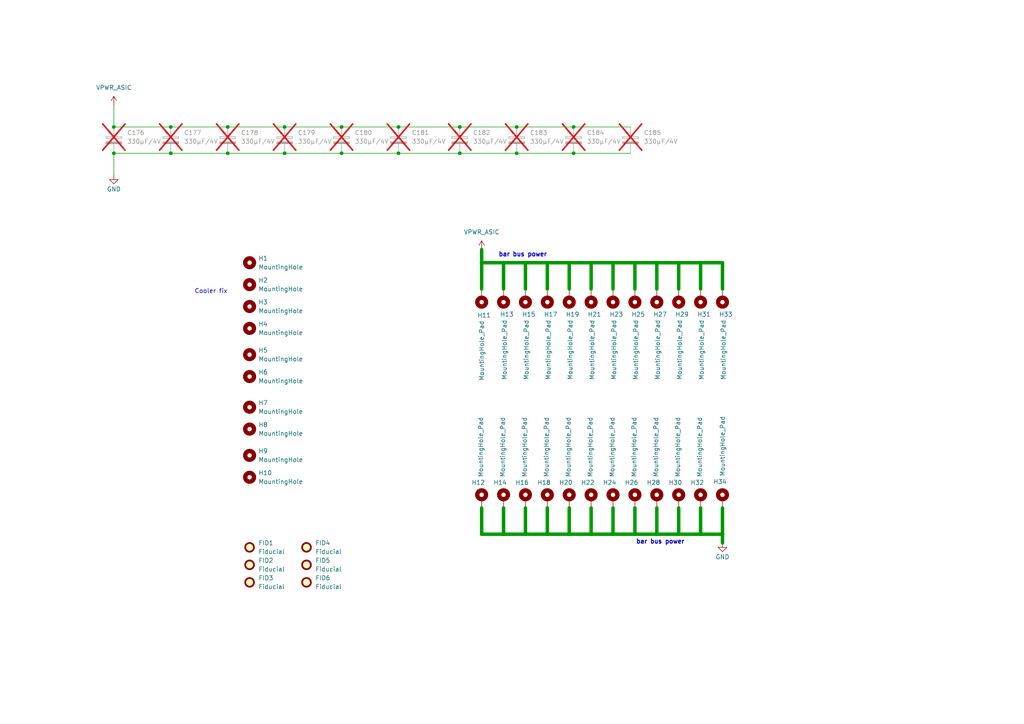
<source format=kicad_sch>
(kicad_sch (version 20231120) (generator "eeschema") (generator_version "8.0")
  (paper "A4")
  (lib_symbols
    (symbol "Device:C_Polarized" (pin_numbers hide) (pin_names (offset 0.254))
      (property "Reference" "C" (at 0.635 2.54 0))
      (property "Value" "C_Polarized" (at 0.635 -2.54 0))
      (symbol "C_Polarized_0_1"
        (rectangle (start -2.286 0.508) (end 2.286 1.016))
        (polyline (pts (xy -1.778 2.286) (xy -0.762 2.286)))
        (polyline (pts (xy -1.27 2.794) (xy -1.27 1.778)))
        (rectangle (start 2.286 -0.508) (end -2.286 -1.016) (fill (type outline)))
      )
      (symbol "C_Polarized_1_1"
        (pin passive line (at 0 3.81 270) (length 2.794) (name "~") (number "1"))
        (pin passive line (at 0 -3.81 90) (length 2.794) (name "~") (number "2"))
      )
    )
    (symbol "Mechanical:Fiducial" (exclude_from_sim yes) (in_bom no)
      (property "Reference" "FID" (at 0 5.08 0))
      (property "Value" "Fiducial" (at 0 3.175 0))
      (symbol "Fiducial_0_1"
        (circle (center 0 0) (radius 1.27) (stroke (width 0.508)) (fill (type background)))
      )
    )
    (symbol "Mechanical:MountingHole" (pin_names (offset 1.016))
      (property "Reference" "H" (at 0 5.08 0))
      (property "Value" "MountingHole" (at 0 3.175 0))
      (symbol "MountingHole_0_1"
        (circle (center 0 0) (radius 1.27) (stroke (width 1.27)))
      )
    )
    (symbol "Mechanical:MountingHole_Pad" (pin_numbers hide) (pin_names (offset 1.016) hide) (exclude_from_sim yes) (in_bom no)
      (property "Reference" "H" (at 0 6.35 0))
      (property "Value" "MountingHole_Pad" (at 0 4.445 0))
      (symbol "MountingHole_Pad_0_1"
        (circle (center 0 1.27) (radius 1.27) (stroke (width 1.27)))
      )
      (symbol "MountingHole_Pad_1_1"
        (pin input line (at 0 -2.54 90) (length 2.54) (name "1") (number "1"))
      )
    )
    (symbol "power:GND" (power) (pin_numbers hide) (pin_names (offset 0) hide)
      (property "Value" "GND" (at 0 -3.81 0))
      (symbol "GND_0_1"
        (polyline (pts (xy 0 0) (xy 0 -1.27) (xy 1.27 -1.27) (xy 0 -2.54) (xy -1.27 -1.27) (xy 0 -1.27)))
      )
      (symbol "GND_1_1"
        (pin power_in line (at 0 0 270) (length 0) (name "~") (number "1"))
      )
    )
    (symbol "power:VDD" (power) (pin_numbers hide) (pin_names (offset 0) hide)
      (property "Value" "VDD" (at 0 3.556 0))
      (symbol "VDD_0_1"
        (polyline (pts (xy -0.762 1.27) (xy 0 2.54)))
        (polyline (pts (xy 0 0) (xy 0 2.54)))
        (polyline (pts (xy 0 2.54) (xy 0.762 1.27)))
      )
      (symbol "VDD_1_1"
        (pin power_in line (at 0 0 90) (length 0) (name "~") (number "1"))
      )
    )
  )
  (junction (at 196.85 76.2))
  (junction (at 139.7 76.2))
  (junction (at 149.86 36.83))
  (junction (at 82.55 44.45))
  (junction (at 165.1 154.94))
  (junction (at 177.8 76.2))
  (junction (at 149.86 44.45))
  (junction (at 203.2 76.2))
  (junction (at 133.35 44.45))
  (junction (at 209.55 154.94))
  (junction (at 49.53 36.83))
  (junction (at 152.4 154.94))
  (junction (at 115.57 36.83))
  (junction (at 158.75 76.2))
  (junction (at 165.1 76.2))
  (junction (at 146.05 154.94))
  (junction (at 115.57 44.45))
  (junction (at 146.05 76.2))
  (junction (at 82.55 36.83))
  (junction (at 33.02 44.45))
  (junction (at 66.04 44.45))
  (junction (at 99.06 36.83))
  (junction (at 166.37 44.45))
  (junction (at 171.45 154.94))
  (junction (at 190.5 154.94))
  (junction (at 171.45 76.2))
  (junction (at 166.37 36.83))
  (junction (at 177.8 154.94))
  (junction (at 33.02 36.83))
  (junction (at 49.53 44.45))
  (junction (at 203.2 154.94))
  (junction (at 196.85 154.94))
  (junction (at 133.35 36.83))
  (junction (at 99.06 44.45))
  (junction (at 158.75 154.94))
  (junction (at 184.15 76.2))
  (junction (at 152.4 76.2))
  (junction (at 184.15 154.94))
  (junction (at 66.04 36.83))
  (junction (at 190.5 76.2))
  (wire (pts (xy 196.85 147.32) (xy 196.85 154.94)) (stroke (width 1)))
  (wire (pts (xy 139.7 147.32) (xy 139.7 154.94)) (stroke (width 1)))
  (wire (pts (xy 165.1 76.2) (xy 171.45 76.2)) (stroke (width 1)))
  (wire (pts (xy 33.02 44.45) (xy 49.53 44.45)))
  (wire (pts (xy 209.55 154.94) (xy 209.55 147.32)) (stroke (width 1)))
  (wire (pts (xy 158.75 76.2) (xy 165.1 76.2)) (stroke (width 1)))
  (wire (pts (xy 190.5 154.94) (xy 184.15 154.94)) (stroke (width 1)))
  (wire (pts (xy 165.1 83.82) (xy 165.1 76.2)) (stroke (width 1)))
  (wire (pts (xy 158.75 83.82) (xy 158.75 76.2)) (stroke (width 1)))
  (wire (pts (xy 177.8 83.82) (xy 177.8 76.2)) (stroke (width 1)))
  (wire (pts (xy 165.1 154.94) (xy 171.45 154.94)) (stroke (width 1)))
  (wire (pts (xy 82.55 44.45) (xy 99.06 44.45)))
  (wire (pts (xy 196.85 154.94) (xy 190.5 154.94)) (stroke (width 1)))
  (wire (pts (xy 115.57 36.83) (xy 133.35 36.83)))
  (wire (pts (xy 152.4 154.94) (xy 146.05 154.94)) (stroke (width 1)))
  (wire (pts (xy 184.15 154.94) (xy 177.8 154.94)) (stroke (width 1)))
  (wire (pts (xy 158.75 147.32) (xy 158.75 154.94)) (stroke (width 1)))
  (wire (pts (xy 184.15 76.2) (xy 190.5 76.2)) (stroke (width 1)))
  (wire (pts (xy 203.2 83.82) (xy 203.2 76.2)) (stroke (width 1)))
  (wire (pts (xy 203.2 154.94) (xy 209.55 154.94)) (stroke (width 1)))
  (wire (pts (xy 33.02 44.45) (xy 33.02 50.8)))
  (wire (pts (xy 146.05 154.94) (xy 139.7 154.94)) (stroke (width 1)))
  (wire (pts (xy 152.4 83.82) (xy 152.4 76.2)) (stroke (width 1)))
  (wire (pts (xy 171.45 147.32) (xy 171.45 154.94)) (stroke (width 1)))
  (wire (pts (xy 49.53 44.45) (xy 66.04 44.45)))
  (wire (pts (xy 177.8 76.2) (xy 184.15 76.2)) (stroke (width 1)))
  (wire (pts (xy 139.7 76.2) (xy 146.05 76.2)) (stroke (width 1)))
  (wire (pts (xy 133.35 44.45) (xy 149.86 44.45)))
  (wire (pts (xy 149.86 36.83) (xy 166.37 36.83)))
  (wire (pts (xy 66.04 44.45) (xy 82.55 44.45)))
  (wire (pts (xy 49.53 36.83) (xy 66.04 36.83)))
  (wire (pts (xy 158.75 154.94) (xy 165.1 154.94)) (stroke (width 1)))
  (wire (pts (xy 146.05 83.82) (xy 146.05 76.2)) (stroke (width 1)))
  (wire (pts (xy 99.06 36.83) (xy 115.57 36.83)))
  (wire (pts (xy 196.85 76.2) (xy 203.2 76.2)) (stroke (width 1)))
  (wire (pts (xy 66.04 36.83) (xy 82.55 36.83)))
  (wire (pts (xy 146.05 147.32) (xy 146.05 154.94)) (stroke (width 1)))
  (wire (pts (xy 139.7 72.39) (xy 139.7 76.2)) (stroke (width 1)))
  (wire (pts (xy 190.5 76.2) (xy 196.85 76.2)) (stroke (width 1)))
  (wire (pts (xy 166.37 36.83) (xy 182.88 36.83)))
  (wire (pts (xy 99.06 44.45) (xy 115.57 44.45)))
  (wire (pts (xy 82.55 36.83) (xy 99.06 36.83)))
  (wire (pts (xy 115.57 44.45) (xy 133.35 44.45)))
  (wire (pts (xy 33.02 36.83) (xy 49.53 36.83)))
  (wire (pts (xy 177.8 147.32) (xy 177.8 154.94)) (stroke (width 1)))
  (wire (pts (xy 203.2 147.32) (xy 203.2 154.94)) (stroke (width 1)))
  (wire (pts (xy 152.4 76.2) (xy 158.75 76.2)) (stroke (width 1)))
  (wire (pts (xy 171.45 76.2) (xy 177.8 76.2)) (stroke (width 1)))
  (wire (pts (xy 146.05 76.2) (xy 152.4 76.2)) (stroke (width 1)))
  (wire (pts (xy 203.2 76.2) (xy 209.55 76.2)) (stroke (width 1)))
  (wire (pts (xy 166.37 44.45) (xy 182.88 44.45)))
  (wire (pts (xy 190.5 83.82) (xy 190.5 76.2)) (stroke (width 1)))
  (wire (pts (xy 139.7 76.2) (xy 139.7 83.82)) (stroke (width 1)))
  (wire (pts (xy 209.55 154.94) (xy 209.55 157.48)) (stroke (width 1)))
  (wire (pts (xy 33.02 30.48) (xy 33.02 36.83)))
  (wire (pts (xy 196.85 154.94) (xy 203.2 154.94)) (stroke (width 1)))
  (wire (pts (xy 190.5 147.32) (xy 190.5 154.94)) (stroke (width 1)))
  (wire (pts (xy 184.15 147.32) (xy 184.15 154.94)) (stroke (width 1)))
  (wire (pts (xy 196.85 83.82) (xy 196.85 76.2)) (stroke (width 1)))
  (wire (pts (xy 171.45 83.82) (xy 171.45 76.2)) (stroke (width 1)))
  (wire (pts (xy 158.75 154.94) (xy 152.4 154.94)) (stroke (width 1)))
  (wire (pts (xy 152.4 147.32) (xy 152.4 154.94)) (stroke (width 1)))
  (wire (pts (xy 149.86 44.45) (xy 166.37 44.45)))
  (wire (pts (xy 165.1 147.32) (xy 165.1 154.94)) (stroke (width 1)))
  (wire (pts (xy 209.55 83.82) (xy 209.55 76.2)) (stroke (width 1)))
  (wire (pts (xy 133.35 36.83) (xy 149.86 36.83)))
  (wire (pts (xy 177.8 154.94) (xy 171.45 154.94)) (stroke (width 1)))
  (wire (pts (xy 184.15 83.82) (xy 184.15 76.2)) (stroke (width 1)))
  (text "bar bus power" (at 151.638 73.914 0) (effects (font (size 1.27 1.27) (thickness 0.254) (bold yes))))
  (text "bar bus power" (at 191.516 157.226 0) (effects (font (size 1.27 1.27) (thickness 0.254) (bold yes))))
  (text "Cooler fix" (at 61.214 84.582 0) (effects (font (size 1.27 1.27))))
  (symbol (lib_id "Device:C_Polarized") (at 82.55 40.64 0) (unit 1) (dnp yes)
    (property "Reference" "C179" (at 86.36 38.4809 0) (effects (justify left)))
    (property "Value" "330µF/4V" (at 86.36 41.0209 0) (effects (justify left)))
    (property "Footprint" "Capacitor_SMD:C_1210_3225Metric" (effects (hide yes)))
    (property "MP" "GRM32ER60G337ME05K" (effects (hide yes)))
    (property "P/N MOUSER" "81-GRM32ER60G337ME5K" (effects (hide yes)))
  )
  (symbol (lib_id "Mechanical:MountingHole_Pad") (at 177.8 86.36 180) (unit 1) (exclude_from_sim yes) (in_bom no)
    (property "Reference" "H23" (at 176.784 91.186 0) (effects (justify right)))
    (property "Value" "MountingHole_Pad" (at 178.054 110.236 90) (effects (justify right)))
    (property "Footprint" "EKO_Miner_ASIClib:SMTSO-M3-10ET" (effects (hide yes)))
    (property "Description" "Mounting Hole with connection" (effects (hide yes)))
    (property "MP" "SMTSO-M3-10ET" (effects (hide yes)))
    (property "P/N MOUSER" "153-SMTSO-M3-10ET" (effects (hide yes)))
  )
  (symbol (lib_id "Mechanical:MountingHole_Pad") (at 196.85 144.78 0) (unit 1) (exclude_from_sim yes) (in_bom no)
    (property "Reference" "H30" (at 197.866 139.954 0) (effects (justify right)))
    (property "Value" "MountingHole_Pad" (at 196.596 120.904 90) (effects (justify right)))
    (property "Footprint" "EKO_Miner_ASIClib:SMTSO-M3-10ET" (effects (hide yes)))
    (property "Description" "Mounting Hole with connection" (effects (hide yes)))
    (property "MP" "SMTSO-M3-10ET" (effects (hide yes)))
    (property "P/N MOUSER" "153-SMTSO-M3-10ET" (effects (hide yes)))
  )
  (symbol (lib_id "Mechanical:Fiducial") (at 88.9 163.83 0) (unit 1) (exclude_from_sim yes) (in_bom no)
    (property "Reference" "FID5" (at 91.44 162.5599 0) (effects (justify left)))
    (property "Value" "Fiducial" (at 91.44 165.0999 0) (effects (justify left)))
    (property "Footprint" "Fiducial:Fiducial_1mm_Mask2mm" (effects (hide yes)))
    (property "Description" "Fiducial Marker" (effects (hide yes)))
  )
  (symbol (lib_id "Mechanical:MountingHole") (at 72.39 95.25 0) (unit 1)
    (property "Reference" "H4" (at 74.93 93.9799 0) (effects (justify left)))
    (property "Value" "MountingHole" (at 74.93 96.5199 0) (effects (justify left)))
    (property "Footprint" "MountingHole:MountingHole_3.2mm_M3_ISO7380" (effects (hide yes)))
    (property "Description" "Mounting Hole without connection" (effects (hide yes)))
  )
  (symbol (lib_id "Mechanical:Fiducial") (at 72.39 168.91 0) (unit 1) (exclude_from_sim yes) (in_bom no)
    (property "Reference" "FID3" (at 74.93 167.6399 0) (effects (justify left)))
    (property "Value" "Fiducial" (at 74.93 170.1799 0) (effects (justify left)))
    (property "Footprint" "Fiducial:Fiducial_1mm_Mask2mm" (effects (hide yes)))
    (property "Description" "Fiducial Marker" (effects (hide yes)))
  )
  (symbol (lib_id "Mechanical:MountingHole") (at 72.39 109.22 0) (unit 1)
    (property "Reference" "H6" (at 74.93 107.9499 0) (effects (justify left)))
    (property "Value" "MountingHole" (at 74.93 110.4899 0) (effects (justify left)))
    (property "Footprint" "MountingHole:MountingHole_3.2mm_M3_ISO7380" (effects (hide yes)))
    (property "Description" "Mounting Hole without connection" (effects (hide yes)))
  )
  (symbol (lib_id "Mechanical:MountingHole") (at 72.39 118.11 0) (unit 1)
    (property "Reference" "H7" (at 74.93 116.8399 0) (effects (justify left)))
    (property "Value" "MountingHole" (at 74.93 119.3799 0) (effects (justify left)))
    (property "Footprint" "MountingHole:MountingHole_3.2mm_M3_ISO7380" (effects (hide yes)))
    (property "Description" "Mounting Hole without connection" (effects (hide yes)))
  )
  (symbol (lib_id "Mechanical:MountingHole_Pad") (at 139.7 144.78 0) (unit 1) (exclude_from_sim yes) (in_bom no)
    (property "Reference" "H12" (at 140.716 139.954 0) (effects (justify right)))
    (property "Value" "MountingHole_Pad" (at 139.446 120.904 90) (effects (justify right)))
    (property "Footprint" "EKO_Miner_ASIClib:SMTSO-M3-10ET" (effects (hide yes)))
    (property "Description" "Mounting Hole with connection" (effects (hide yes)))
    (property "MP" "SMTSO-M3-10ET" (effects (hide yes)))
    (property "P/N MOUSER" "153-SMTSO-M3-10ET" (effects (hide yes)))
  )
  (symbol (lib_id "Mechanical:Fiducial") (at 88.9 168.91 0) (unit 1) (exclude_from_sim yes) (in_bom no)
    (property "Reference" "FID6" (at 91.44 167.6399 0) (effects (justify left)))
    (property "Value" "Fiducial" (at 91.44 170.1799 0) (effects (justify left)))
    (property "Footprint" "Fiducial:Fiducial_1mm_Mask2mm" (effects (hide yes)))
    (property "Description" "Fiducial Marker" (effects (hide yes)))
  )
  (symbol (lib_id "Device:C_Polarized") (at 66.04 40.64 0) (unit 1) (dnp yes)
    (property "Reference" "C178" (at 69.85 38.4809 0) (effects (justify left)))
    (property "Value" "330µF/4V" (at 69.85 41.0209 0) (effects (justify left)))
    (property "Footprint" "Capacitor_SMD:C_1210_3225Metric" (effects (hide yes)))
    (property "MP" "GRM32ER60G337ME05K" (effects (hide yes)))
    (property "P/N MOUSER" "81-GRM32ER60G337ME5K" (effects (hide yes)))
  )
  (symbol (lib_id "Mechanical:MountingHole_Pad") (at 203.2 144.78 0) (unit 1) (exclude_from_sim yes) (in_bom no)
    (property "Reference" "H32" (at 204.216 139.954 0) (effects (justify right)))
    (property "Value" "MountingHole_Pad" (at 202.946 120.904 90) (effects (justify right)))
    (property "Footprint" "EKO_Miner_ASIClib:SMTSO-M3-10ET" (effects (hide yes)))
    (property "Description" "Mounting Hole with connection" (effects (hide yes)))
    (property "MP" "SMTSO-M3-10ET" (effects (hide yes)))
    (property "P/N MOUSER" "153-SMTSO-M3-10ET" (effects (hide yes)))
  )
  (symbol (lib_id "power:VDD") (at 33.02 30.48 0) (unit 1)
    (property "Reference" "#PWR020" (effects (hide yes)))
    (property "Value" "VPWR_ASIC" (at 33.02 25.4 0))
    (property "Description" "Power symbol creates a global label with name \"VDD\"" (effects (hide yes)))
  )
  (symbol (lib_id "Mechanical:MountingHole") (at 72.39 102.87 0) (unit 1)
    (property "Reference" "H5" (at 74.93 101.5999 0) (effects (justify left)))
    (property "Value" "MountingHole" (at 74.93 104.1399 0) (effects (justify left)))
    (property "Footprint" "MountingHole:MountingHole_3.2mm_M3_ISO7380" (effects (hide yes)))
    (property "Description" "Mounting Hole without connection" (effects (hide yes)))
  )
  (symbol (lib_id "Mechanical:MountingHole") (at 72.39 132.08 0) (unit 1)
    (property "Reference" "H9" (at 74.93 130.8099 0) (effects (justify left)))
    (property "Value" "MountingHole" (at 74.93 133.3499 0) (effects (justify left)))
    (property "Footprint" "MountingHole:MountingHole_3.2mm_M3_ISO7380" (effects (hide yes)))
    (property "Description" "Mounting Hole without connection" (effects (hide yes)))
  )
  (symbol (lib_id "power:VDD") (at 139.7 72.39 0) (unit 1)
    (property "Reference" "#PWR04" (effects (hide yes)))
    (property "Value" "VPWR_ASIC" (at 139.7 67.31 0))
    (property "Description" "Power symbol creates a global label with name \"VDD\"" (effects (hide yes)))
  )
  (symbol (lib_id "Mechanical:MountingHole_Pad") (at 203.2 86.36 180) (unit 1) (exclude_from_sim yes) (in_bom no)
    (property "Reference" "H31" (at 202.184 91.186 0) (effects (justify right)))
    (property "Value" "MountingHole_Pad" (at 203.454 110.236 90) (effects (justify right)))
    (property "Footprint" "EKO_Miner_ASIClib:SMTSO-M3-10ET" (effects (hide yes)))
    (property "Description" "Mounting Hole with connection" (effects (hide yes)))
    (property "MP" "SMTSO-M3-10ET" (effects (hide yes)))
    (property "P/N MOUSER" "153-SMTSO-M3-10ET" (effects (hide yes)))
  )
  (symbol (lib_id "Device:C_Polarized") (at 166.37 40.64 0) (unit 1) (dnp yes)
    (property "Reference" "C184" (at 170.18 38.4809 0) (effects (justify left)))
    (property "Value" "330µF/4V" (at 170.18 41.0209 0) (effects (justify left)))
    (property "Footprint" "Capacitor_SMD:C_1210_3225Metric" (effects (hide yes)))
    (property "MP" "GRM32ER60G337ME05K" (effects (hide yes)))
    (property "P/N MOUSER" "81-GRM32ER60G337ME5K" (effects (hide yes)))
  )
  (symbol (lib_id "Device:C_Polarized") (at 99.06 40.64 0) (unit 1) (dnp yes)
    (property "Reference" "C180" (at 102.87 38.4809 0) (effects (justify left)))
    (property "Value" "330µF/4V" (at 102.87 41.0209 0) (effects (justify left)))
    (property "Footprint" "Capacitor_SMD:C_1210_3225Metric" (effects (hide yes)))
    (property "MP" "GRM32ER60G337ME05K" (effects (hide yes)))
    (property "P/N MOUSER" "81-GRM32ER60G337ME5K" (effects (hide yes)))
  )
  (symbol (lib_id "Device:C_Polarized") (at 133.35 40.64 0) (unit 1) (dnp yes)
    (property "Reference" "C182" (at 137.16 38.4809 0) (effects (justify left)))
    (property "Value" "330µF/4V" (at 137.16 41.0209 0) (effects (justify left)))
    (property "Footprint" "Capacitor_SMD:C_1210_3225Metric" (effects (hide yes)))
    (property "MP" "GRM32ER60G337ME05K" (effects (hide yes)))
    (property "P/N MOUSER" "81-GRM32ER60G337ME5K" (effects (hide yes)))
  )
  (symbol (lib_id "Mechanical:MountingHole") (at 72.39 138.43 0) (unit 1)
    (property "Reference" "H10" (at 74.93 137.1599 0) (effects (justify left)))
    (property "Value" "MountingHole" (at 74.93 139.6999 0) (effects (justify left)))
    (property "Footprint" "MountingHole:MountingHole_3.2mm_M3_ISO7380" (effects (hide yes)))
    (property "Description" "Mounting Hole without connection" (effects (hide yes)))
  )
  (symbol (lib_id "Mechanical:MountingHole_Pad") (at 158.75 86.36 180) (unit 1) (exclude_from_sim yes) (in_bom no)
    (property "Reference" "H17" (at 157.734 91.186 0) (effects (justify right)))
    (property "Value" "MountingHole_Pad" (at 159.004 110.236 90) (effects (justify right)))
    (property "Footprint" "EKO_Miner_ASIClib:SMTSO-M3-10ET" (effects (hide yes)))
    (property "Description" "Mounting Hole with connection" (effects (hide yes)))
    (property "MP" "SMTSO-M3-10ET" (effects (hide yes)))
    (property "P/N MOUSER" "153-SMTSO-M3-10ET" (effects (hide yes)))
  )
  (symbol (lib_id "Mechanical:MountingHole_Pad") (at 158.75 144.78 0) (unit 1) (exclude_from_sim yes) (in_bom no)
    (property "Reference" "H18" (at 159.766 139.954 0) (effects (justify right)))
    (property "Value" "MountingHole_Pad" (at 158.496 120.904 90) (effects (justify right)))
    (property "Footprint" "EKO_Miner_ASIClib:SMTSO-M3-10ET" (effects (hide yes)))
    (property "Description" "Mounting Hole with connection" (effects (hide yes)))
    (property "MP" "SMTSO-M3-10ET" (effects (hide yes)))
    (property "P/N MOUSER" "153-SMTSO-M3-10ET" (effects (hide yes)))
  )
  (symbol (lib_id "Device:C_Polarized") (at 115.57 40.64 0) (unit 1) (dnp yes)
    (property "Reference" "C181" (at 119.38 38.4809 0) (effects (justify left)))
    (property "Value" "330µF/4V" (at 119.38 41.0209 0) (effects (justify left)))
    (property "Footprint" "Capacitor_SMD:C_1210_3225Metric" (effects (hide yes)))
    (property "MP" "GRM32ER60G337ME05K" (effects (hide yes)))
    (property "P/N MOUSER" "81-GRM32ER60G337ME5K" (effects (hide yes)))
  )
  (symbol (lib_id "Device:C_Polarized") (at 49.53 40.64 0) (unit 1) (dnp yes)
    (property "Reference" "C177" (at 53.34 38.4809 0) (effects (justify left)))
    (property "Value" "330µF/4V" (at 53.34 41.0209 0) (effects (justify left)))
    (property "Footprint" "Capacitor_SMD:C_1210_3225Metric" (effects (hide yes)))
    (property "MP" "GRM32ER60G337ME05K" (effects (hide yes)))
    (property "P/N MOUSER" "81-GRM32ER60G337ME5K" (effects (hide yes)))
  )
  (symbol (lib_id "Mechanical:MountingHole_Pad") (at 146.05 144.78 0) (unit 1) (exclude_from_sim yes) (in_bom no)
    (property "Reference" "H14" (at 147.066 139.954 0) (effects (justify right)))
    (property "Value" "MountingHole_Pad" (at 145.796 120.904 90) (effects (justify right)))
    (property "Footprint" "EKO_Miner_ASIClib:SMTSO-M3-10ET" (effects (hide yes)))
    (property "Description" "Mounting Hole with connection" (effects (hide yes)))
    (property "MP" "SMTSO-M3-10ET" (effects (hide yes)))
    (property "P/N MOUSER" "153-SMTSO-M3-10ET" (effects (hide yes)))
  )
  (symbol (lib_id "Mechanical:Fiducial") (at 72.39 158.75 0) (unit 1) (exclude_from_sim yes) (in_bom no)
    (property "Reference" "FID1" (at 74.93 157.4799 0) (effects (justify left)))
    (property "Value" "Fiducial" (at 74.93 160.0199 0) (effects (justify left)))
    (property "Footprint" "Fiducial:Fiducial_1mm_Mask2mm" (effects (hide yes)))
    (property "Description" "Fiducial Marker" (effects (hide yes)))
  )
  (symbol (lib_id "Mechanical:MountingHole_Pad") (at 152.4 144.78 0) (unit 1) (exclude_from_sim yes) (in_bom no)
    (property "Reference" "H16" (at 153.416 139.954 0) (effects (justify right)))
    (property "Value" "MountingHole_Pad" (at 152.146 120.904 90) (effects (justify right)))
    (property "Footprint" "EKO_Miner_ASIClib:SMTSO-M3-10ET" (effects (hide yes)))
    (property "Description" "Mounting Hole with connection" (effects (hide yes)))
    (property "MP" "SMTSO-M3-10ET" (effects (hide yes)))
    (property "P/N MOUSER" "153-SMTSO-M3-10ET" (effects (hide yes)))
  )
  (symbol (lib_id "Mechanical:MountingHole") (at 72.39 76.2 0) (unit 1)
    (property "Reference" "H1" (at 74.93 74.9299 0) (effects (justify left)))
    (property "Value" "MountingHole" (at 74.93 77.4699 0) (effects (justify left)))
    (property "Footprint" "MountingHole:MountingHole_3.2mm_M3_ISO7380" (effects (hide yes)))
    (property "Description" "Mounting Hole without connection" (effects (hide yes)))
  )
  (symbol (lib_id "Mechanical:MountingHole_Pad") (at 196.85 86.36 180) (unit 1) (exclude_from_sim yes) (in_bom no)
    (property "Reference" "H29" (at 195.834 91.186 0) (effects (justify right)))
    (property "Value" "MountingHole_Pad" (at 197.104 110.236 90) (effects (justify right)))
    (property "Footprint" "EKO_Miner_ASIClib:SMTSO-M3-10ET" (effects (hide yes)))
    (property "Description" "Mounting Hole with connection" (effects (hide yes)))
    (property "MP" "SMTSO-M3-10ET" (effects (hide yes)))
    (property "P/N MOUSER" "153-SMTSO-M3-10ET" (effects (hide yes)))
  )
  (symbol (lib_id "power:GND") (at 209.55 157.48 0) (unit 1)
    (property "Reference" "#PWR019" (effects (hide yes)))
    (property "Value" "GND" (at 209.55 161.544 0))
    (property "Description" "Power symbol creates a global label with name \"GND\" , ground" (effects (hide yes)))
  )
  (symbol (lib_id "Mechanical:MountingHole_Pad") (at 152.4 86.36 180) (unit 1) (exclude_from_sim yes) (in_bom no)
    (property "Reference" "H15" (at 151.384 91.186 0) (effects (justify right)))
    (property "Value" "MountingHole_Pad" (at 152.654 110.236 90) (effects (justify right)))
    (property "Footprint" "EKO_Miner_ASIClib:SMTSO-M3-10ET" (effects (hide yes)))
    (property "Description" "Mounting Hole with connection" (effects (hide yes)))
    (property "MP" "SMTSO-M3-10ET" (effects (hide yes)))
    (property "P/N MOUSER" "153-SMTSO-M3-10ET" (effects (hide yes)))
  )
  (symbol (lib_id "Mechanical:MountingHole_Pad") (at 177.8 144.78 0) (unit 1) (exclude_from_sim yes) (in_bom no)
    (property "Reference" "H24" (at 178.816 139.954 0) (effects (justify right)))
    (property "Value" "MountingHole_Pad" (at 177.546 120.904 90) (effects (justify right)))
    (property "Footprint" "EKO_Miner_ASIClib:SMTSO-M3-10ET" (effects (hide yes)))
    (property "Description" "Mounting Hole with connection" (effects (hide yes)))
    (property "MP" "SMTSO-M3-10ET" (effects (hide yes)))
    (property "P/N MOUSER" "153-SMTSO-M3-10ET" (effects (hide yes)))
  )
  (symbol (lib_id "Mechanical:MountingHole_Pad") (at 184.15 86.36 180) (unit 1) (exclude_from_sim yes) (in_bom no)
    (property "Reference" "H25" (at 183.134 91.186 0) (effects (justify right)))
    (property "Value" "MountingHole_Pad" (at 184.404 110.236 90) (effects (justify right)))
    (property "Footprint" "EKO_Miner_ASIClib:SMTSO-M3-10ET" (effects (hide yes)))
    (property "Description" "Mounting Hole with connection" (effects (hide yes)))
    (property "MP" "SMTSO-M3-10ET" (effects (hide yes)))
    (property "P/N MOUSER" "153-SMTSO-M3-10ET" (effects (hide yes)))
  )
  (symbol (lib_id "Device:C_Polarized") (at 149.86 40.64 0) (unit 1) (dnp yes)
    (property "Reference" "C183" (at 153.67 38.4809 0) (effects (justify left)))
    (property "Value" "330µF/4V" (at 153.67 41.0209 0) (effects (justify left)))
    (property "Footprint" "Capacitor_SMD:C_1210_3225Metric" (effects (hide yes)))
    (property "MP" "GRM32ER60G337ME05K" (effects (hide yes)))
    (property "P/N MOUSER" "81-GRM32ER60G337ME5K" (effects (hide yes)))
  )
  (symbol (lib_id "Mechanical:MountingHole_Pad") (at 171.45 144.78 0) (unit 1) (exclude_from_sim yes) (in_bom no)
    (property "Reference" "H22" (at 172.466 139.954 0) (effects (justify right)))
    (property "Value" "MountingHole_Pad" (at 171.196 120.904 90) (effects (justify right)))
    (property "Footprint" "EKO_Miner_ASIClib:SMTSO-M3-10ET" (effects (hide yes)))
    (property "Description" "Mounting Hole with connection" (effects (hide yes)))
    (property "MP" "SMTSO-M3-10ET" (effects (hide yes)))
    (property "P/N MOUSER" "153-SMTSO-M3-10ET" (effects (hide yes)))
  )
  (symbol (lib_id "Mechanical:MountingHole_Pad") (at 190.5 86.36 180) (unit 1) (exclude_from_sim yes) (in_bom no)
    (property "Reference" "H27" (at 189.484 91.186 0) (effects (justify right)))
    (property "Value" "MountingHole_Pad" (at 190.754 110.236 90) (effects (justify right)))
    (property "Footprint" "EKO_Miner_ASIClib:SMTSO-M3-10ET" (effects (hide yes)))
    (property "Description" "Mounting Hole with connection" (effects (hide yes)))
    (property "MP" "SMTSO-M3-10ET" (effects (hide yes)))
    (property "P/N MOUSER" "153-SMTSO-M3-10ET" (effects (hide yes)))
  )
  (symbol (lib_id "Mechanical:MountingHole_Pad") (at 209.55 86.36 180) (unit 1) (exclude_from_sim yes) (in_bom no)
    (property "Reference" "H33" (at 208.534 91.186 0) (effects (justify right)))
    (property "Value" "MountingHole_Pad" (at 209.804 110.236 90) (effects (justify right)))
    (property "Footprint" "EKO_Miner_ASIClib:SMTSO-M3-10ET" (effects (hide yes)))
    (property "Description" "Mounting Hole with connection" (effects (hide yes)))
    (property "MP" "SMTSO-M3-10ET" (effects (hide yes)))
    (property "P/N MOUSER" "153-SMTSO-M3-10ET" (effects (hide yes)))
  )
  (symbol (lib_id "Device:C_Polarized") (at 33.02 40.64 0) (unit 1) (dnp yes)
    (property "Reference" "C176" (at 36.83 38.4809 0) (effects (justify left)))
    (property "Value" "330µF/4V" (at 36.83 41.0209 0) (effects (justify left)))
    (property "Footprint" "Capacitor_SMD:C_1210_3225Metric" (effects (hide yes)))
    (property "MP" "GRM32ER60G337ME05K" (effects (hide yes)))
    (property "P/N MOUSER" "81-GRM32ER60G337ME5K" (effects (hide yes)))
  )
  (symbol (lib_id "Mechanical:MountingHole") (at 72.39 82.55 0) (unit 1)
    (property "Reference" "H2" (at 74.93 81.2799 0) (effects (justify left)))
    (property "Value" "MountingHole" (at 74.93 83.8199 0) (effects (justify left)))
    (property "Footprint" "MountingHole:MountingHole_3.2mm_M3_ISO7380" (effects (hide yes)))
    (property "Description" "Mounting Hole without connection" (effects (hide yes)))
  )
  (symbol (lib_id "Mechanical:MountingHole_Pad") (at 139.7 86.36 180) (unit 1) (exclude_from_sim yes) (in_bom no)
    (property "Reference" "H11" (at 138.43 91.44 0) (effects (justify right)))
    (property "Value" "MountingHole_Pad" (at 139.7 110.49 90) (effects (justify right)))
    (property "Footprint" "EKO_Miner_ASIClib:SMTSO-M3-10ET" (effects (hide yes)))
    (property "Description" "Mounting Hole with connection" (effects (hide yes)))
    (property "MP" "SMTSO-M3-10ET" (effects (hide yes)))
    (property "P/N MOUSER" "153-SMTSO-M3-10ET" (effects (hide yes)))
  )
  (symbol (lib_id "Mechanical:MountingHole_Pad") (at 171.45 86.36 180) (unit 1) (exclude_from_sim yes) (in_bom no)
    (property "Reference" "H21" (at 170.434 91.186 0) (effects (justify right)))
    (property "Value" "MountingHole_Pad" (at 171.704 110.236 90) (effects (justify right)))
    (property "Footprint" "EKO_Miner_ASIClib:SMTSO-M3-10ET" (effects (hide yes)))
    (property "Description" "Mounting Hole with connection" (effects (hide yes)))
    (property "MP" "SMTSO-M3-10ET" (effects (hide yes)))
    (property "P/N MOUSER" "153-SMTSO-M3-10ET" (effects (hide yes)))
  )
  (symbol (lib_id "Mechanical:MountingHole_Pad") (at 165.1 86.36 180) (unit 1) (exclude_from_sim yes) (in_bom no)
    (property "Reference" "H19" (at 164.084 91.186 0) (effects (justify right)))
    (property "Value" "MountingHole_Pad" (at 165.354 110.236 90) (effects (justify right)))
    (property "Footprint" "EKO_Miner_ASIClib:SMTSO-M3-10ET" (effects (hide yes)))
    (property "Description" "Mounting Hole with connection" (effects (hide yes)))
    (property "MP" "SMTSO-M3-10ET" (effects (hide yes)))
    (property "P/N MOUSER" "153-SMTSO-M3-10ET" (effects (hide yes)))
  )
  (symbol (lib_id "Mechanical:MountingHole_Pad") (at 209.55 144.78 0) (unit 1) (exclude_from_sim yes) (in_bom no)
    (property "Reference" "H34" (at 210.82 139.7 0) (effects (justify right)))
    (property "Value" "MountingHole_Pad" (at 209.55 120.65 90) (effects (justify right)))
    (property "Footprint" "EKO_Miner_ASIClib:SMTSO-M3-10ET" (effects (hide yes)))
    (property "Description" "Mounting Hole with connection" (effects (hide yes)))
    (property "MP" "SMTSO-M3-10ET" (effects (hide yes)))
    (property "P/N MOUSER" "153-SMTSO-M3-10ET" (effects (hide yes)))
  )
  (symbol (lib_id "Mechanical:MountingHole_Pad") (at 165.1 144.78 0) (unit 1) (exclude_from_sim yes) (in_bom no)
    (property "Reference" "H20" (at 166.116 139.954 0) (effects (justify right)))
    (property "Value" "MountingHole_Pad" (at 164.846 120.904 90) (effects (justify right)))
    (property "Footprint" "EKO_Miner_ASIClib:SMTSO-M3-10ET" (effects (hide yes)))
    (property "Description" "Mounting Hole with connection" (effects (hide yes)))
    (property "MP" "SMTSO-M3-10ET" (effects (hide yes)))
    (property "P/N MOUSER" "153-SMTSO-M3-10ET" (effects (hide yes)))
  )
  (symbol (lib_id "Mechanical:MountingHole") (at 72.39 88.9 0) (unit 1)
    (property "Reference" "H3" (at 74.93 87.6299 0) (effects (justify left)))
    (property "Value" "MountingHole" (at 74.93 90.1699 0) (effects (justify left)))
    (property "Footprint" "MountingHole:MountingHole_3.2mm_M3_ISO7380" (effects (hide yes)))
    (property "Description" "Mounting Hole without connection" (effects (hide yes)))
  )
  (symbol (lib_id "Mechanical:MountingHole_Pad") (at 146.05 86.36 180) (unit 1) (exclude_from_sim yes) (in_bom no)
    (property "Reference" "H13" (at 145.034 91.186 0) (effects (justify right)))
    (property "Value" "MountingHole_Pad" (at 146.304 110.236 90) (effects (justify right)))
    (property "Footprint" "EKO_Miner_ASIClib:SMTSO-M3-10ET" (effects (hide yes)))
    (property "Description" "Mounting Hole with connection" (effects (hide yes)))
    (property "MP" "SMTSO-M3-10ET" (effects (hide yes)))
    (property "P/N MOUSER" "153-SMTSO-M3-10ET" (effects (hide yes)))
  )
  (symbol (lib_id "Mechanical:MountingHole_Pad") (at 184.15 144.78 0) (unit 1) (exclude_from_sim yes) (in_bom no)
    (property "Reference" "H26" (at 185.166 139.954 0) (effects (justify right)))
    (property "Value" "MountingHole_Pad" (at 183.896 120.904 90) (effects (justify right)))
    (property "Footprint" "EKO_Miner_ASIClib:SMTSO-M3-10ET" (effects (hide yes)))
    (property "Description" "Mounting Hole with connection" (effects (hide yes)))
    (property "MP" "SMTSO-M3-10ET" (effects (hide yes)))
    (property "P/N MOUSER" "153-SMTSO-M3-10ET" (effects (hide yes)))
  )
  (symbol (lib_id "Mechanical:MountingHole") (at 72.39 124.46 0) (unit 1)
    (property "Reference" "H8" (at 74.93 123.1899 0) (effects (justify left)))
    (property "Value" "MountingHole" (at 74.93 125.7299 0) (effects (justify left)))
    (property "Footprint" "MountingHole:MountingHole_3.2mm_M3_ISO7380" (effects (hide yes)))
    (property "Description" "Mounting Hole without connection" (effects (hide yes)))
  )
  (symbol (lib_id "Mechanical:Fiducial") (at 72.39 163.83 0) (unit 1) (exclude_from_sim yes) (in_bom no)
    (property "Reference" "FID2" (at 74.93 162.5599 0) (effects (justify left)))
    (property "Value" "Fiducial" (at 74.93 165.0999 0) (effects (justify left)))
    (property "Footprint" "Fiducial:Fiducial_1mm_Mask2mm" (effects (hide yes)))
    (property "Description" "Fiducial Marker" (effects (hide yes)))
  )
  (symbol (lib_id "Device:C_Polarized") (at 182.88 40.64 0) (unit 1) (dnp yes)
    (property "Reference" "C185" (at 186.69 38.4809 0) (effects (justify left)))
    (property "Value" "330µF/4V" (at 186.69 41.0209 0) (effects (justify left)))
    (property "Footprint" "Capacitor_SMD:C_1210_3225Metric" (effects (hide yes)))
    (property "MP" "GRM32ER60G337ME05K" (effects (hide yes)))
    (property "P/N MOUSER" "81-GRM32ER60G337ME5K" (effects (hide yes)))
  )
  (symbol (lib_id "Mechanical:MountingHole_Pad") (at 190.5 144.78 0) (unit 1) (exclude_from_sim yes) (in_bom no)
    (property "Reference" "H28" (at 191.516 139.954 0) (effects (justify right)))
    (property "Value" "MountingHole_Pad" (at 190.246 120.904 90) (effects (justify right)))
    (property "Footprint" "EKO_Miner_ASIClib:SMTSO-M3-10ET" (effects (hide yes)))
    (property "Description" "Mounting Hole with connection" (effects (hide yes)))
    (property "MP" "SMTSO-M3-10ET" (effects (hide yes)))
    (property "P/N MOUSER" "153-SMTSO-M3-10ET" (effects (hide yes)))
  )
  (symbol (lib_id "Mechanical:Fiducial") (at 88.9 158.75 0) (unit 1) (exclude_from_sim yes) (in_bom no)
    (property "Reference" "FID4" (at 91.44 157.4799 0) (effects (justify left)))
    (property "Value" "Fiducial" (at 91.44 160.0199 0) (effects (justify left)))
    (property "Footprint" "Fiducial:Fiducial_1mm_Mask2mm" (effects (hide yes)))
    (property "Description" "Fiducial Marker" (effects (hide yes)))
  )
  (symbol (lib_id "power:GND") (at 33.02 50.8 0) (unit 1)
    (property "Reference" "#PWR0194" (effects (hide yes)))
    (property "Value" "GND" (at 33.02 54.864 0))
    (property "Description" "Power symbol creates a global label with name \"GND\" , ground" (effects (hide yes)))
  )
)
</source>
